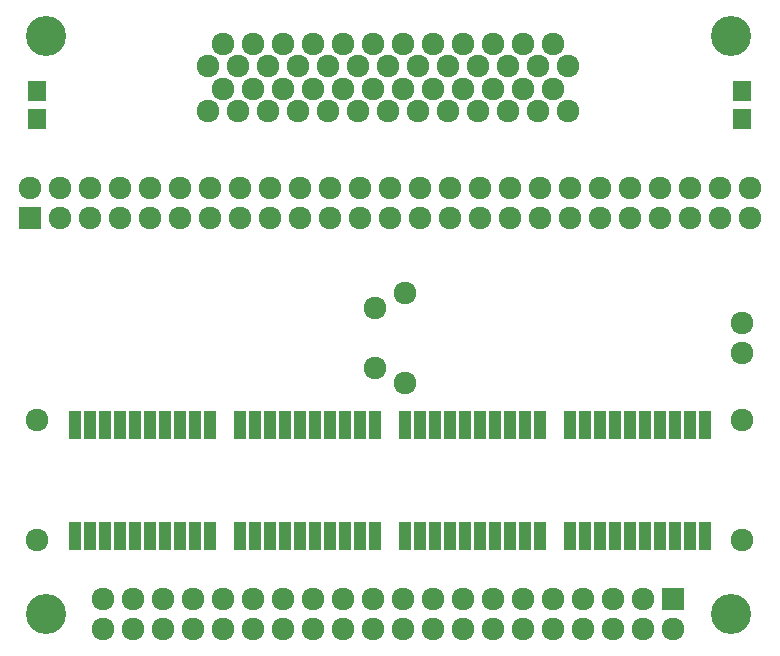
<source format=gts>
%TF.GenerationSoftware,KiCad,Pcbnew,4.0.7*%
%TF.CreationDate,2017-10-24T10:16:06+09:00*%
%TF.ProjectId,RaSCSI,5261534353492E6B696361645F706362,rev?*%
%TF.FileFunction,Soldermask,Top*%
%FSLAX46Y46*%
G04 Gerber Fmt 4.6, Leading zero omitted, Abs format (unit mm)*
G04 Created by KiCad (PCBNEW 4.0.7) date 10/24/17 10:16:06*
%MOMM*%
%LPD*%
G01*
G04 APERTURE LIST*
%ADD10C,0.100000*%
%ADD11C,1.924000*%
%ADD12C,3.399700*%
%ADD13R,1.000000X2.350000*%
%ADD14R,1.924000X1.924000*%
%ADD15R,1.600000X1.770000*%
G04 APERTURE END LIST*
D10*
D11*
X137030000Y-71000000D03*
X138300000Y-72910000D03*
X139570000Y-71000000D03*
X140840000Y-72910000D03*
X142110000Y-71000000D03*
X143380000Y-72910000D03*
X144650000Y-71000000D03*
X145920000Y-72910000D03*
X147190000Y-71000000D03*
X148460000Y-72910000D03*
X149730000Y-71000000D03*
X151000000Y-72910000D03*
X152270000Y-71000000D03*
X153540000Y-72910000D03*
X135760000Y-72910000D03*
X154810000Y-71000000D03*
X156080000Y-72910000D03*
X157350000Y-71000000D03*
X158620000Y-72910000D03*
X159890000Y-71000000D03*
X161160000Y-72910000D03*
X162430000Y-71000000D03*
X163700000Y-72910000D03*
X164970000Y-71000000D03*
X166240000Y-72910000D03*
X135760000Y-69090000D03*
X137030000Y-67180000D03*
X138300000Y-69090000D03*
X139570000Y-67180000D03*
X140840000Y-69090000D03*
X142110000Y-67180000D03*
X143380000Y-69090000D03*
X144650000Y-67180000D03*
X145920000Y-69090000D03*
X147190000Y-67180000D03*
X148460000Y-69090000D03*
X149730000Y-67180000D03*
X151000000Y-69090000D03*
X152270000Y-67180000D03*
X153540000Y-69090000D03*
X154810000Y-67180000D03*
X156080000Y-69090000D03*
X157350000Y-67180000D03*
X158620000Y-69090000D03*
X159890000Y-67180000D03*
X161160000Y-69090000D03*
X162430000Y-67180000D03*
X163700000Y-69090000D03*
X164970000Y-67180000D03*
X166240000Y-69090000D03*
D12*
X180000000Y-115500000D03*
D13*
X149860000Y-99440000D03*
X148590000Y-99440000D03*
X147320000Y-99440000D03*
X146050000Y-99440000D03*
X144780000Y-99440000D03*
X143510000Y-99440000D03*
X142240000Y-99440000D03*
X140970000Y-99440000D03*
X139700000Y-99440000D03*
X138430000Y-99440000D03*
X138430000Y-108840000D03*
X139700000Y-108840000D03*
X140970000Y-108840000D03*
X142240000Y-108840000D03*
X143510000Y-108840000D03*
X144780000Y-108840000D03*
X146050000Y-108840000D03*
X147320000Y-108840000D03*
X148590000Y-108840000D03*
X149860000Y-108840000D03*
D11*
X152400000Y-95885000D03*
X152400000Y-88265000D03*
X180975000Y-109220000D03*
X180975000Y-99060000D03*
D13*
X166370000Y-108840000D03*
X167640000Y-108840000D03*
X168910000Y-108840000D03*
X170180000Y-108840000D03*
X171450000Y-108840000D03*
X172720000Y-108840000D03*
X173990000Y-108840000D03*
X175260000Y-108840000D03*
X176530000Y-108840000D03*
X177800000Y-108840000D03*
X177800000Y-99440000D03*
X176530000Y-99440000D03*
X175260000Y-99440000D03*
X173990000Y-99440000D03*
X172720000Y-99440000D03*
X171450000Y-99440000D03*
X170180000Y-99440000D03*
X168910000Y-99440000D03*
X167640000Y-99440000D03*
X166370000Y-99440000D03*
X152400000Y-108840000D03*
X153670000Y-108840000D03*
X154940000Y-108840000D03*
X156210000Y-108840000D03*
X157480000Y-108840000D03*
X158750000Y-108840000D03*
X160020000Y-108840000D03*
X161290000Y-108840000D03*
X162560000Y-108840000D03*
X163830000Y-108840000D03*
X163830000Y-99440000D03*
X162560000Y-99440000D03*
X161290000Y-99440000D03*
X160020000Y-99440000D03*
X158750000Y-99440000D03*
X157480000Y-99440000D03*
X156210000Y-99440000D03*
X154940000Y-99440000D03*
X153670000Y-99440000D03*
X152400000Y-99440000D03*
X135890000Y-99440000D03*
X134620000Y-99440000D03*
X133350000Y-99440000D03*
X132080000Y-99440000D03*
X130810000Y-99440000D03*
X129540000Y-99440000D03*
X128270000Y-99440000D03*
X127000000Y-99440000D03*
X125730000Y-99440000D03*
X124460000Y-99440000D03*
X124460000Y-108840000D03*
X125730000Y-108840000D03*
X127000000Y-108840000D03*
X128270000Y-108840000D03*
X129540000Y-108840000D03*
X130810000Y-108840000D03*
X132080000Y-108840000D03*
X133350000Y-108840000D03*
X134620000Y-108840000D03*
X135890000Y-108840000D03*
D14*
X175130000Y-114210000D03*
D11*
X175130000Y-116750000D03*
X172590000Y-114210000D03*
X172590000Y-116750000D03*
X170050000Y-114210000D03*
X170050000Y-116750000D03*
X167510000Y-114210000D03*
X167510000Y-116750000D03*
X164970000Y-114210000D03*
X164970000Y-116750000D03*
X162430000Y-114210000D03*
X162430000Y-116750000D03*
X159890000Y-114210000D03*
X159890000Y-116750000D03*
X157350000Y-114210000D03*
X157350000Y-116750000D03*
X154810000Y-114210000D03*
X154810000Y-116750000D03*
X152270000Y-114210000D03*
X152270000Y-116750000D03*
X149730000Y-114210000D03*
X149730000Y-116750000D03*
X147190000Y-114210000D03*
X147190000Y-116750000D03*
X144650000Y-114210000D03*
X144650000Y-116750000D03*
X142110000Y-114210000D03*
X142110000Y-116750000D03*
X139570000Y-114210000D03*
X139570000Y-116750000D03*
X137030000Y-114210000D03*
X137030000Y-116750000D03*
X134490000Y-114210000D03*
X134490000Y-116750000D03*
X131950000Y-114210000D03*
X131950000Y-116750000D03*
X129410000Y-114210000D03*
X129410000Y-116750000D03*
X126870000Y-114210000D03*
X126870000Y-116750000D03*
X180975000Y-93345000D03*
X180975000Y-90805000D03*
X149860000Y-94615000D03*
X149860000Y-89535000D03*
X121285000Y-109220000D03*
X121285000Y-99060000D03*
D15*
X180975000Y-73575000D03*
X180975000Y-71205000D03*
X121285000Y-73575000D03*
X121285000Y-71205000D03*
D12*
X122000000Y-115500000D03*
X122000000Y-66500000D03*
X180000000Y-66500000D03*
D14*
X120650000Y-81915000D03*
D11*
X120650000Y-79375000D03*
X123190000Y-81915000D03*
X123190000Y-79375000D03*
X125730000Y-81915000D03*
X125730000Y-79375000D03*
X128270000Y-81915000D03*
X128270000Y-79375000D03*
X130810000Y-81915000D03*
X130810000Y-79375000D03*
X133350000Y-81915000D03*
X133350000Y-79375000D03*
X135890000Y-81915000D03*
X135890000Y-79375000D03*
X138430000Y-81915000D03*
X138430000Y-79375000D03*
X140970000Y-81915000D03*
X140970000Y-79375000D03*
X143510000Y-81915000D03*
X143510000Y-79375000D03*
X146050000Y-81915000D03*
X146050000Y-79375000D03*
X148590000Y-81915000D03*
X148590000Y-79375000D03*
X151130000Y-81915000D03*
X151130000Y-79375000D03*
X153670000Y-81915000D03*
X153670000Y-79375000D03*
X156210000Y-81915000D03*
X156210000Y-79375000D03*
X158750000Y-81915000D03*
X158750000Y-79375000D03*
X161290000Y-81915000D03*
X161290000Y-79375000D03*
X163830000Y-81915000D03*
X163830000Y-79375000D03*
X166370000Y-81915000D03*
X166370000Y-79375000D03*
X168910000Y-81915000D03*
X168910000Y-79375000D03*
X171450000Y-81915000D03*
X171450000Y-79375000D03*
X173990000Y-81915000D03*
X173990000Y-79375000D03*
X176530000Y-81915000D03*
X176530000Y-79375000D03*
X179070000Y-81915000D03*
X179070000Y-79375000D03*
X181610000Y-81915000D03*
X181610000Y-79375000D03*
M02*

</source>
